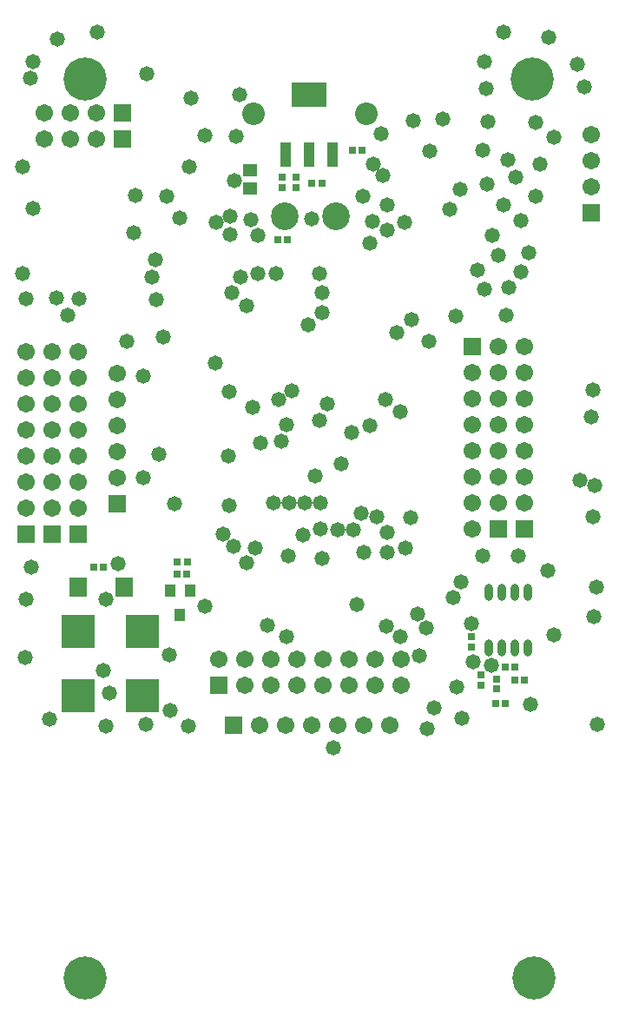
<source format=gbs>
G04*
G04 #@! TF.GenerationSoftware,Altium Limited,Altium Designer,19.0.12 (326)*
G04*
G04 Layer_Color=16711935*
%FSLAX25Y25*%
%MOIN*%
G70*
G01*
G75*
%ADD38R,0.02800X0.03162*%
%ADD39R,0.03162X0.02800*%
%ADD49R,0.06706X0.06706*%
%ADD50C,0.06706*%
%ADD51R,0.06706X0.06706*%
%ADD52C,0.10642*%
%ADD53C,0.08674*%
%ADD54C,0.16548*%
%ADD55C,0.05800*%
%ADD76R,0.06784X0.07587*%
%ADD77R,0.12611X0.12611*%
%ADD78O,0.03162X0.06509*%
%ADD79R,0.05800X0.04737*%
%ADD80R,0.04343X0.04540*%
%ADD81R,0.04343X0.04540*%
%ADD82R,0.13595X0.09265*%
%ADD83R,0.04343X0.09265*%
D38*
X190300Y134466D02*
D03*
X186500D02*
D03*
X119700Y333966D02*
D03*
X115900D02*
D03*
X32150Y186828D02*
D03*
X35950D02*
D03*
X135300Y346766D02*
D03*
X131500D02*
D03*
X193800Y143466D02*
D03*
X197600D02*
D03*
X190000Y148466D02*
D03*
X193800D02*
D03*
X102743Y312366D02*
D03*
X106543D02*
D03*
X68100Y188828D02*
D03*
X64300D02*
D03*
X67800Y183966D02*
D03*
X64000D02*
D03*
D39*
X177290Y156166D02*
D03*
Y159966D02*
D03*
X104406Y336266D02*
D03*
Y332466D02*
D03*
X180800Y141566D02*
D03*
Y145366D02*
D03*
X109800Y336266D02*
D03*
Y332466D02*
D03*
X186800Y143766D02*
D03*
Y139966D02*
D03*
D49*
X197469Y201561D02*
D03*
X41300Y210966D02*
D03*
X26266Y199417D02*
D03*
X177469Y271561D02*
D03*
X187469Y201561D02*
D03*
X16028Y199466D02*
D03*
X6266Y199417D02*
D03*
X223154Y322824D02*
D03*
D50*
X197469Y211561D02*
D03*
Y221561D02*
D03*
Y231561D02*
D03*
Y241561D02*
D03*
Y251561D02*
D03*
Y261561D02*
D03*
Y271561D02*
D03*
X13300Y360966D02*
D03*
X23300D02*
D03*
X33300D02*
D03*
X41300Y220966D02*
D03*
Y230966D02*
D03*
Y240966D02*
D03*
Y250966D02*
D03*
Y260966D02*
D03*
X13300Y350966D02*
D03*
X23300D02*
D03*
X33300D02*
D03*
X80300Y151466D02*
D03*
X90300Y141466D02*
D03*
Y151466D02*
D03*
X100300Y141466D02*
D03*
Y151466D02*
D03*
X110300Y141466D02*
D03*
Y151466D02*
D03*
X120300Y141466D02*
D03*
Y151466D02*
D03*
X130300Y141466D02*
D03*
Y151466D02*
D03*
X140300Y141466D02*
D03*
Y151466D02*
D03*
X150300Y141466D02*
D03*
Y151466D02*
D03*
X26266Y269417D02*
D03*
Y259417D02*
D03*
Y249417D02*
D03*
Y239417D02*
D03*
Y229417D02*
D03*
Y219417D02*
D03*
Y209417D02*
D03*
X177469Y261561D02*
D03*
Y251561D02*
D03*
Y241561D02*
D03*
Y231561D02*
D03*
Y221561D02*
D03*
Y211561D02*
D03*
Y201561D02*
D03*
X187469Y211561D02*
D03*
Y221561D02*
D03*
Y231561D02*
D03*
Y241561D02*
D03*
Y251561D02*
D03*
Y261561D02*
D03*
Y271561D02*
D03*
X16028Y209466D02*
D03*
Y219466D02*
D03*
Y229466D02*
D03*
Y239466D02*
D03*
Y249466D02*
D03*
Y259466D02*
D03*
Y269466D02*
D03*
X105800Y125966D02*
D03*
X95800D02*
D03*
X115800D02*
D03*
X125800D02*
D03*
X135800D02*
D03*
X145800D02*
D03*
X6266Y209417D02*
D03*
Y219417D02*
D03*
Y229417D02*
D03*
Y239417D02*
D03*
Y249417D02*
D03*
Y259417D02*
D03*
Y269417D02*
D03*
X223154Y352824D02*
D03*
Y342824D02*
D03*
Y332824D02*
D03*
D51*
X43300Y360966D02*
D03*
Y350966D02*
D03*
X80300Y141466D02*
D03*
X85800Y125966D02*
D03*
D52*
X125143Y321281D02*
D03*
X105457D02*
D03*
D53*
X136954Y360651D02*
D03*
X93646D02*
D03*
D54*
X200615Y373927D02*
D03*
X201009Y29045D02*
D03*
X28961D02*
D03*
X28961Y373927D02*
D03*
D55*
X199824Y134055D02*
D03*
X144882Y316142D02*
D03*
X139370Y341535D02*
D03*
X142421Y352953D02*
D03*
X154733Y358233D02*
D03*
X166300Y358858D02*
D03*
X183563Y357776D02*
D03*
X201673Y357283D02*
D03*
X156622Y168602D02*
D03*
X159843Y163287D02*
D03*
X151800Y193966D02*
D03*
X149705Y246555D02*
D03*
X144095Y250966D02*
D03*
X93307Y248228D02*
D03*
X51083Y221063D02*
D03*
X57185Y230020D02*
D03*
X190354Y283465D02*
D03*
X191535Y294193D02*
D03*
X179429Y300787D02*
D03*
X151476Y319094D02*
D03*
X138287Y310925D02*
D03*
X144783Y325787D02*
D03*
X139075Y319488D02*
D03*
X135335Y329134D02*
D03*
X88090Y368012D02*
D03*
X69390Y366831D02*
D03*
X79232Y318996D02*
D03*
X65203Y320669D02*
D03*
X86319Y334941D02*
D03*
X95177Y314075D02*
D03*
X84646Y321366D02*
D03*
X92618Y320177D02*
D03*
X84449Y314567D02*
D03*
X55807Y304724D02*
D03*
X54429Y298130D02*
D03*
X26575Y289665D02*
D03*
X17815Y289961D02*
D03*
X6299Y289665D02*
D03*
X4724Y299288D02*
D03*
Y340354D02*
D03*
X7972Y374311D02*
D03*
X8760Y380906D02*
D03*
X18012Y389370D02*
D03*
X33563Y391929D02*
D03*
X52559Y376083D02*
D03*
X182087Y380610D02*
D03*
X220472Y371063D02*
D03*
X217717Y379626D02*
D03*
X206988Y390158D02*
D03*
X189370Y392126D02*
D03*
X182677Y370571D02*
D03*
X201969Y329232D02*
D03*
X183169Y333760D02*
D03*
X185138Y314173D02*
D03*
X181398Y346752D02*
D03*
X191142Y343025D02*
D03*
X203642Y341535D02*
D03*
X194193Y336516D02*
D03*
X189370Y325787D02*
D03*
X196161Y319685D02*
D03*
X199213Y307480D02*
D03*
X196161Y300197D02*
D03*
X187598Y306496D02*
D03*
X182087Y293406D02*
D03*
X148327Y276673D02*
D03*
X154035Y281890D02*
D03*
X171063Y283169D02*
D03*
X223721Y254626D02*
D03*
X223228Y244291D02*
D03*
X224508Y218012D02*
D03*
X223721Y205966D02*
D03*
X225000Y178937D02*
D03*
X117028Y221763D02*
D03*
X83661Y229528D02*
D03*
X127264Y226279D02*
D03*
X181398Y191240D02*
D03*
X195177D02*
D03*
X224213Y167866D02*
D03*
X208661Y160630D02*
D03*
X225394Y126575D02*
D03*
X171653Y140847D02*
D03*
X173524Y128839D02*
D03*
X162755Y132776D02*
D03*
X160274Y124705D02*
D03*
X61455Y131595D02*
D03*
X6004Y174311D02*
D03*
X5807Y152165D02*
D03*
X52121Y126378D02*
D03*
X15157Y128347D02*
D03*
X35728Y147047D02*
D03*
X38189Y138287D02*
D03*
X36909Y125886D02*
D03*
X74729Y352372D02*
D03*
X86737Y352076D02*
D03*
X208784Y351781D02*
D03*
X90800Y188466D02*
D03*
X85800Y194661D02*
D03*
X106800Y190966D02*
D03*
X112517Y199159D02*
D03*
X113300Y211561D02*
D03*
X119300Y201561D02*
D03*
Y211561D02*
D03*
X131800Y201203D02*
D03*
X135800Y192466D02*
D03*
X125800Y200966D02*
D03*
X107301Y211561D02*
D03*
X101246Y211466D02*
D03*
X119800Y189966D02*
D03*
X124300Y117466D02*
D03*
X157000Y152766D02*
D03*
X98900Y164566D02*
D03*
X133000Y172566D02*
D03*
X153900Y205866D02*
D03*
X74800Y171761D02*
D03*
X149800Y159966D02*
D03*
X144409Y163966D02*
D03*
X81800Y199466D02*
D03*
X94300Y193966D02*
D03*
X106300Y159966D02*
D03*
X68372Y125738D02*
D03*
X173300Y180966D02*
D03*
X118800Y242966D02*
D03*
X138300Y240966D02*
D03*
X131300Y238466D02*
D03*
X121800Y249466D02*
D03*
X108034Y254466D02*
D03*
X106300Y241466D02*
D03*
X96100Y234261D02*
D03*
X104243Y234966D02*
D03*
X103300Y250966D02*
D03*
X168800Y323966D02*
D03*
X218800Y219966D02*
D03*
X206655Y185466D02*
D03*
X61300Y152966D02*
D03*
X36800Y174466D02*
D03*
X41509Y187913D02*
D03*
X8300Y186749D02*
D03*
X22300Y283466D02*
D03*
X63300Y211244D02*
D03*
X44800Y273466D02*
D03*
X160800D02*
D03*
X78909Y264966D02*
D03*
X58800Y274966D02*
D03*
X51300Y259966D02*
D03*
X56300Y289466D02*
D03*
X85040Y291966D02*
D03*
X88405Y297966D02*
D03*
X95300Y299288D02*
D03*
X102300D02*
D03*
X119800Y291966D02*
D03*
X118800Y299288D02*
D03*
X48300Y329466D02*
D03*
X143300Y336966D02*
D03*
X84279Y210566D02*
D03*
X144800Y192466D02*
D03*
Y199966D02*
D03*
X140800Y205966D02*
D03*
X134972Y207543D02*
D03*
X170300Y174966D02*
D03*
X84300Y253946D02*
D03*
X114548Y279591D02*
D03*
X177800Y150466D02*
D03*
X184800Y148966D02*
D03*
X90800Y286966D02*
D03*
X177290Y164966D02*
D03*
X47500Y314966D02*
D03*
X8800Y324466D02*
D03*
X172800Y331861D02*
D03*
X60300Y329147D02*
D03*
X119800Y284466D02*
D03*
X161009Y346466D02*
D03*
X68800Y340466D02*
D03*
X115800Y320466D02*
D03*
D76*
X43800Y178966D02*
D03*
X26083D02*
D03*
D77*
X50800Y161966D02*
D03*
X26300D02*
D03*
Y137466D02*
D03*
X50800D02*
D03*
D78*
X183800Y177194D02*
D03*
X188800D02*
D03*
X193800D02*
D03*
X198800D02*
D03*
X183800Y155738D02*
D03*
X188800D02*
D03*
X193800D02*
D03*
X198800D02*
D03*
D79*
X92300Y331966D02*
D03*
Y339166D02*
D03*
D80*
X65300Y168466D02*
D03*
X61560Y177718D02*
D03*
D81*
X69040D02*
D03*
D82*
X114800Y368002D02*
D03*
D83*
X105745Y344931D02*
D03*
X114800D02*
D03*
X123855D02*
D03*
M02*

</source>
